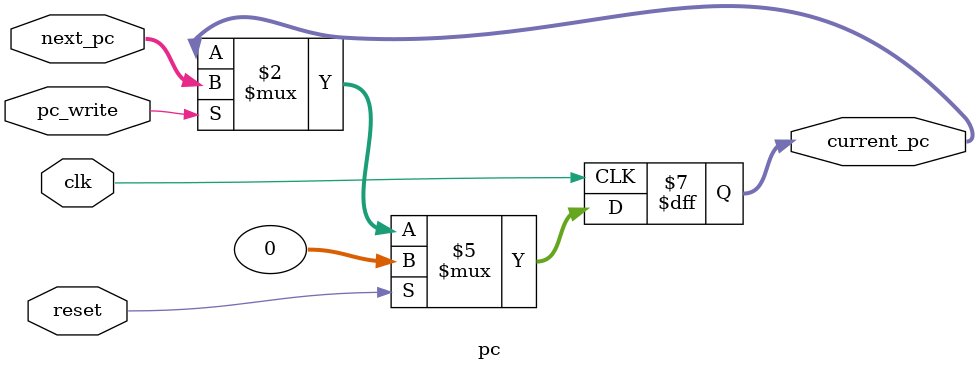
<source format=v>
module pc   (input reset,       // input (Use reset to initialize PC. Initial value must be 0)
            input clk,         // input
            input [31:0] next_pc,     // input
            input pc_write,
            output reg [31:0] current_pc);   // output

  always @(posedge clk) begin
    if (reset) begin
      current_pc <= 32'b0;
    end
    else begin
      if (pc_write) begin
        current_pc <= next_pc;
      end
    end
  end

endmodule

</source>
